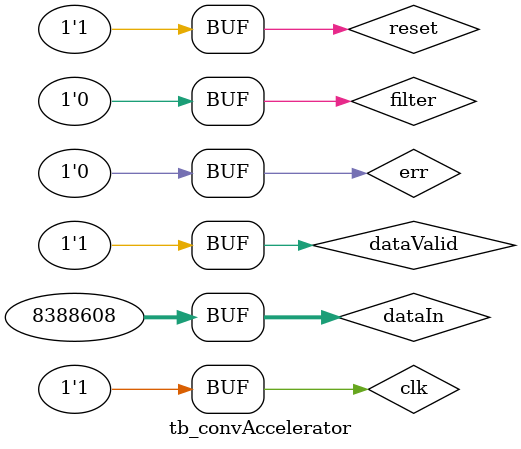
<source format=v>
module tb_convAccelerator();
  reg clk, reset, dataValid, filter;
  reg [31:0] dataIn;
  wire [31:0] dataOut;
  reg err = 0;

  convAccelerator DUT(clk, reset, dataIn, dataValid, filter, dataOut);

  initial begin
    reset = 1'b0;
    #10;
    reset = 1'b1;
    clk = 1;

    // Test 1
    dataIn = 32'b1000_0000_0000_0000_0000_0000; // 0.5
    dataValid = 1'b1;
    filter = 1'b1;
    #10;
    clk = !clk;
    #10;
    clk = !clk;
    #10;
    clk = !clk;
    #10;
    clk = !clk;
    dataIn = 32'b1100_0000_0000_0000_0000_0000; // 0.75
    #10;
    clk = !clk;
    #10;
    clk = !clk;
    dataIn = 32'b1010_0000_0000_0000_0000_0000; // 0.625
    #10;
    clk = !clk;
    #10;
    clk = !clk;
    dataIn = 32'b1110_0000_0000_0000_0000_0000; // 0.875
    #10;
    clk = !clk;
    #10;
    clk = !clk;
    dataIn = 32'b1001_0000_0000_0000_0000_0000; // 0.5625
    #10;
    clk = !clk;
    #10;
    clk = !clk;
    dataIn = 32'b1101_0000_0000_0000_0000_0000; // 0.8125
    #10;
    clk = !clk;
    #10;
    clk = !clk;
    dataIn = 32'b1011_0000_0000_0000_0000_0000; // 0.6875
    #10;
    clk = !clk;
    #10;
    clk = !clk;
    dataIn = 32'b1111_0000_0000_0000_0000_0000; // 0.9375
    #10;
    clk = !clk;
    #10;
    clk = !clk;
    dataIn = 32'b1000_1000_0000_0000_0000_0000; // 0.53125
    #10;
    clk = !clk;
    #10;
    clk = !clk;
    
    filter = 1'b0;
    dataIn = 32'b0001_1000_0000_0000_0000_0000_0000; // 1.5
    #10;
    clk = !clk;
    #10;
    clk = !clk;
    dataIn = 32'b0010_1000_0000_0000_0000_0000_0000; // 2.5
    #10;
    clk = !clk;
    #10;
    clk = !clk;
    dataIn = 32'b0011_1000_0000_0000_0000_0000_0000; // 3.5
    #10;
    clk = !clk;
    #10;
    clk = !clk;
    dataIn = 32'b0100_1000_0000_0000_0000_0000_0000; // 4.5
    #10;
    clk = !clk;
    #10;
    clk = !clk;
    dataIn = 32'b0101_1000_0000_0000_0000_0000_0000; // 5.5
    #10;
    clk = !clk;
    #10;
    clk = !clk;
    dataIn = 32'b0110_1000_0000_0000_0000_0000_0000; // 6.5
    #10;
    clk = !clk;
    #10;
    clk = !clk;
    dataIn = 32'b0111_1000_0000_0000_0000_0000_0000; // 7.5
    #10;
    clk = !clk;
    #10;
    clk = !clk;
    dataIn = 32'b1000_1000_0000_0000_0000_0000_0000; // 8.5
    #10;
    clk = !clk;
    #10;
    clk = !clk;
    dataIn = 32'b1001_1000_0000_0000_0000_0000_0000; // 9.5
    #10;
    clk = !clk;
    #10;
    clk = !clk;
    dataValid = 1'b0;

    if (dataOut == 32'b0010_0011_0100_1100_0000_0000_0000_0000) // Output = 35.296875
			$display("Test 1 Passed");
		else begin
			$display("Test 1 Failed");
			err = 1'b1;
		end

    // Reset count to 0
    #10;
    clk = !clk;
    #10;
    clk = !clk;

    // Test 2
    dataValid = 1'b1;
    dataIn = 32'b1111_1111_0000_0000_0000_0000_0000_0000; // -1
    #10;
    clk = !clk;
    #10;
    clk = !clk;
    dataIn = 32'b1111_1111_1000_0000_0000_0000_0000_0000; // -0.5
    #10;
    clk = !clk;
    #10;
    clk = !clk;
    dataIn = 32'b1111_1111_0100_0000_0000_0000_0000_0000; // -0.75
    #10;
    clk = !clk;
    #10;
    clk = !clk;
    dataIn = 32'b1111_1111_0010_0000_0000_0000_0000_0000; // -0.875
    #10;
    clk = !clk;
    #10;
    clk = !clk;
    dataIn = 32'b1111_1111_0001_0000_0000_0000_0000_0000; // -0.9375
    #10;
    clk = !clk;
    #10;
    clk = !clk;
    dataIn = 32'b1111_1111_1100_0000_0000_0000_0000_0000; // -0.25
    #10;
    clk = !clk;
    #10;
    clk = !clk;
    dataIn = 32'b1111_1111_1110_0000_0000_0000_0000_0000; // -0.125
    #10;
    clk = !clk;
    #10;
    clk = !clk;
    dataIn = 32'b1111_1111_1111_0000_0000_0000_0000_0000; // -0.0625
    #10;
    clk = !clk;
    #10;
    clk = !clk;
    dataIn = 32'b1111_1111_0000_1000_0000_0000_0000_0000; // -0.96875
    #10;
    clk = !clk;
    #10;
    clk = !clk;
    if (dataOut == 32'b1111_1100_1000_0000_0100_0000_0000_0000) // Output = -3.499023438 (-58703872)
			$display("Test 2 Passed");
		else begin
			$display("Test 2 Failed");
			err = 1'b1;
		end

    // Test 3: Switch filter values
    filter = 1'b1;
    dataValid = 1'b1;
    #10;
    clk = !clk;
    #10;
    clk = !clk;
    #10;
    clk = !clk;
    #10;
    clk = !clk;
    dataIn = 32'b1111_1111_0000_0000_0000_0000_0000_0000; // -1
    #10;
    clk = !clk;
    #10;
    clk = !clk;
    dataIn = 32'b0000_0010_0000_0000_0000_0000_0000_0000; // 2
    #10;
    clk = !clk;
    #10;
    clk = !clk;
    dataIn = 32'b1111_1101_0000_0000_0000_0000_0000_0000; // -3
    #10;
    clk = !clk;
    #10;
    clk = !clk;
    dataIn = 32'b0000_0100_0000_0000_0000_0000_0000_0000; // 4
    #10;
    clk = !clk;
    #10;
    clk = !clk;
    dataIn = 32'b1111_1011_0000_0000_0000_0000_0000_0000; // -5
    #10;
    clk = !clk;
    #10;
    clk = !clk;
    dataIn = 32'b0000_0110_0000_0000_0000_0000_0000_0000; // 6
    #10;
    clk = !clk;
    #10;
    clk = !clk;
    dataIn = 32'b1111_1001_0000_0000_0000_0000_0000_0000; // -7
    #10;
    clk = !clk;
    #10;
    clk = !clk;
    dataIn = 32'b0000_1000_0000_0000_0000_0000_0000_0000; // 8
    #10;
    clk = !clk;
    #10;
    clk = !clk;
    dataIn = 32'b1111_0111_0000_0000_0000_0000_0000_0000; // -9
    #10;
    clk = !clk;
    #10;
    clk = !clk;
    filter = 1'b0;
    dataIn = 32'b1111_1111_1000_0000_0000_0000_0000_0000; // -0.5
    #10;
    clk = !clk;
    #10;
    clk = !clk;
    dataIn = 32'b1111_1111_1000_0000_0000_0000_0000_0000; // -0.5
    #10;
    clk = !clk;
    #10;
    clk = !clk;
    dataIn = 32'b1111_1111_1000_0000_0000_0000_0000_0000; // -0.5
    #10;
    clk = !clk;
    #10;
    clk = !clk;
    dataIn = 32'b1111_1111_1000_0000_0000_0000_0000_0000; // -0.5
    #10;
    clk = !clk;
    #10;
    clk = !clk;
    dataIn = 32'b0000_0000_1000_0000_0000_0000_0000_0000; // 0.5
    #10;
    clk = !clk;
    #10;
    clk = !clk;
    dataIn = 32'b0000_0000_1000_0000_0000_0000_0000_0000; // 0.5
    #10;
    clk = !clk;
    #10;
    clk = !clk;
    dataIn = 32'b0000_0000_1000_0000_0000_0000_0000_0000; // 0.5
    #10;
    clk = !clk;
    #10;
    clk = !clk;
    dataIn = 32'b0000_0000_1000_0000_0000_0000_0000_0000; // 0.5
    #10;
    clk = !clk;
    #10;
    clk = !clk;
    dataIn = 32'b0000_0000_1000_0000_0000_0000_0000_0000; // 0.5
    #10;
    clk = !clk;
    #10;
    clk = !clk;
    if (dataOut == 32'b1111_1011_1000_0000_0000_0000_0000_0000) // Output = -4.5 (-75497472)
			$display("Test 3 Passed");
		else begin
			$display("Test 3 Failed");
			err = 1'b1;
		end

  end

endmodule

</source>
